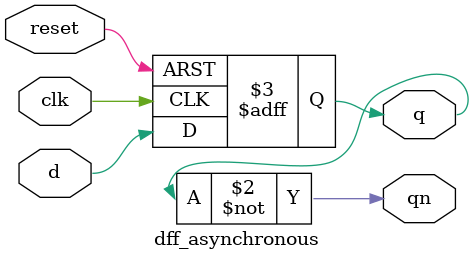
<source format=v>
module dff_asynchronous(input clk,reset,d,output reg q,output qn);//active low reset
  always@(posedge clk,posedge reset)
    begin
      if(reset)
        q<=0;
      else
        q<=d;
    end
  assign qn=~q;
endmodule
    
</source>
